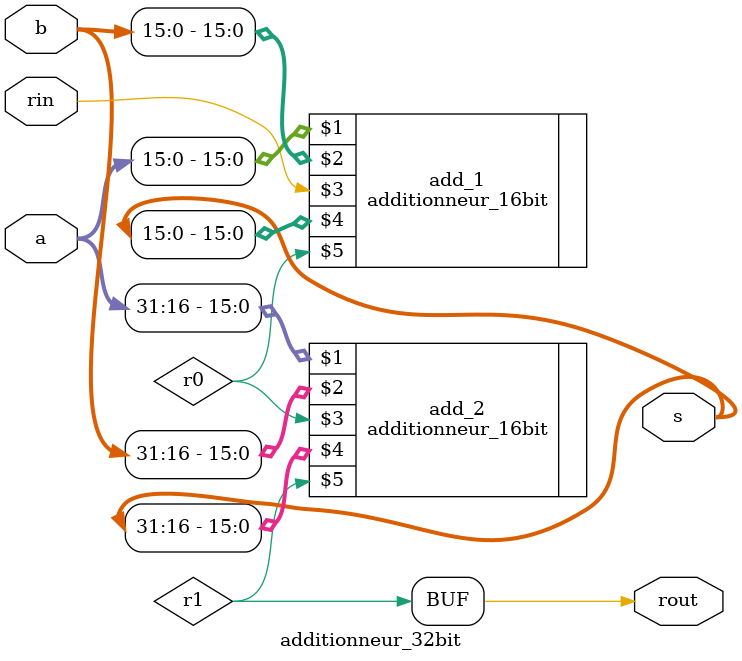
<source format=v>
`include "additionneur_16bit.v"

module additionneur_32bit (a, b, rin, s, rout);


    // Inputs
    input [31:0] a;
    input [31:0] b;
    input rin;
    // Outputs
    output [31:0] s;
    output rout;

    wire r0, r1;

    additionneur_16bit add_1(a[15:0], b[15:0], rin, s[15:0], r0);
    additionneur_16bit add_2(a[31:16], b[31:16], r0, s[31:16], r1);

    assign rout = r1;

endmodule
</source>
